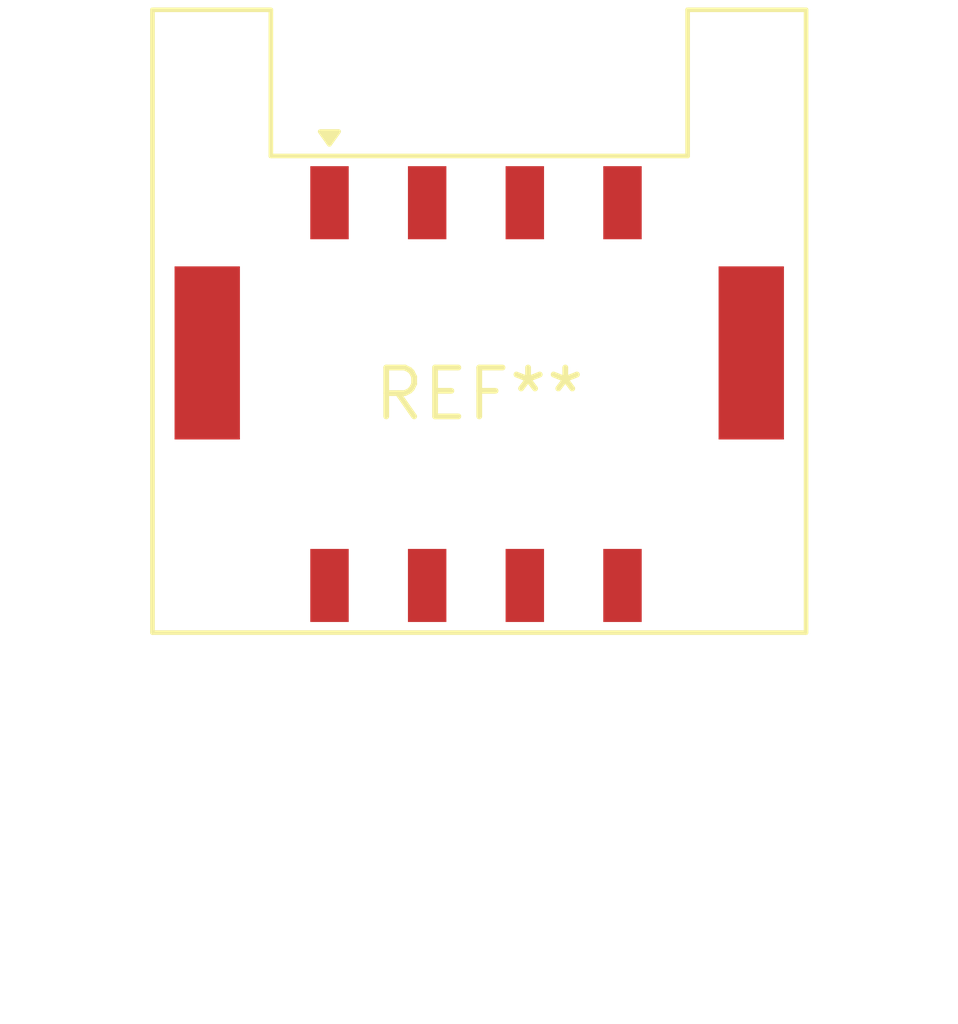
<source format=kicad_pcb>
(kicad_pcb (version 20240108) (generator pcbnew)
  (layers (0 "F.Cu" signal) (31 "B.Cu" signal) (34 "B.Paste" user) (35 "F.Paste" user) (36 "B.SilkS" user "B.Silkscreen") (37 "F.SilkS" user "F.Silkscreen") (38 "B.Mask" user) (39 "F.Mask" user) (44 "Edge.Cuts" user))
  (net 0 "")
  (footprint "IQRF_TRx2D_KON-SIM-01" (layer "F.Cu") (at 0 0)
    (property "Reference" "REF**")
    (property "Value" "IQRF_TRx2D_KON-SIM-01")
    (fp_line (start -8.5 -9.99) (end -5.42 -9.99) (layer "F.SilkS") (stroke (width 0.12)))
    (fp_line (start -8.5 6.2) (end -8.5 -9.99) (layer "F.SilkS") (stroke (width 0.12)))
    (fp_line (start -8.5 6.2) (end 8.5 6.2) (layer "F.SilkS") (stroke (width 0.12)))
    (fp_line (start -5.42 -9.98) (end -5.42 -6.19) (layer "F.SilkS") (stroke (width 0.12)))
    (fp_line (start -5.42 -6.19) (end 5.42 -6.19) (layer "F.SilkS") (stroke (width 0.12)))
    (fp_line (start 5.42 -9.99) (end 8.5 -9.99) (layer "F.SilkS") (stroke (width 0.12)))
    (fp_line (start 5.42 -6.19) (end 5.42 -9.99) (layer "F.SilkS") (stroke (width 0.12)))
    (fp_line (start 8.5 6.2) (end 8.5 -9.99) (layer "F.SilkS") (stroke (width 0.12)))
    (fp_poly (pts (xy -3.8975 -6.49) (xy -4.1375 -6.826) (xy -3.6575 -6.826) (xy -3.8975 -6.49)) (layer "F.SilkS") (stroke (width 0.12)) (fill solid))
    (pad "" smd rect (at -7.075 -1.07) (size 1.7 4.5) (layers "F.Cu" "F.Paste" "F.Mask"))
    (pad "" smd rect (at 7.075 -1.07) (size 1.7 4.5) (layers "F.Cu" "F.Paste" "F.Mask"))
    (pad "C1" smd rect (at -3.895 -4.975) (size 1 1.9) (layers "F.Cu" "F.Paste" "F.Mask"))
    (pad "C2" smd rect (at -1.355 -4.975) (size 1 1.9) (layers "F.Cu" "F.Paste" "F.Mask"))
    (pad "C3" smd rect (at 1.185 -4.975) (size 1 1.9) (layers "F.Cu" "F.Paste" "F.Mask"))
    (pad "C4" smd rect (at 3.725 -4.975) (size 1 1.9) (layers "F.Cu" "F.Paste" "F.Mask"))
    (pad "C5" smd rect (at -3.895 4.975) (size 1 1.9) (layers "F.Cu" "F.Paste" "F.Mask"))
    (pad "C6" smd rect (at -1.355 4.975) (size 1 1.9) (layers "F.Cu" "F.Paste" "F.Mask"))
    (pad "C7" smd rect (at 1.185 4.975) (size 1 1.9) (layers "F.Cu" "F.Paste" "F.Mask"))
    (pad "C8" smd rect (at 3.725 4.975) (size 1 1.9) (layers "F.Cu" "F.Paste" "F.Mask"))
  )
)
</source>
